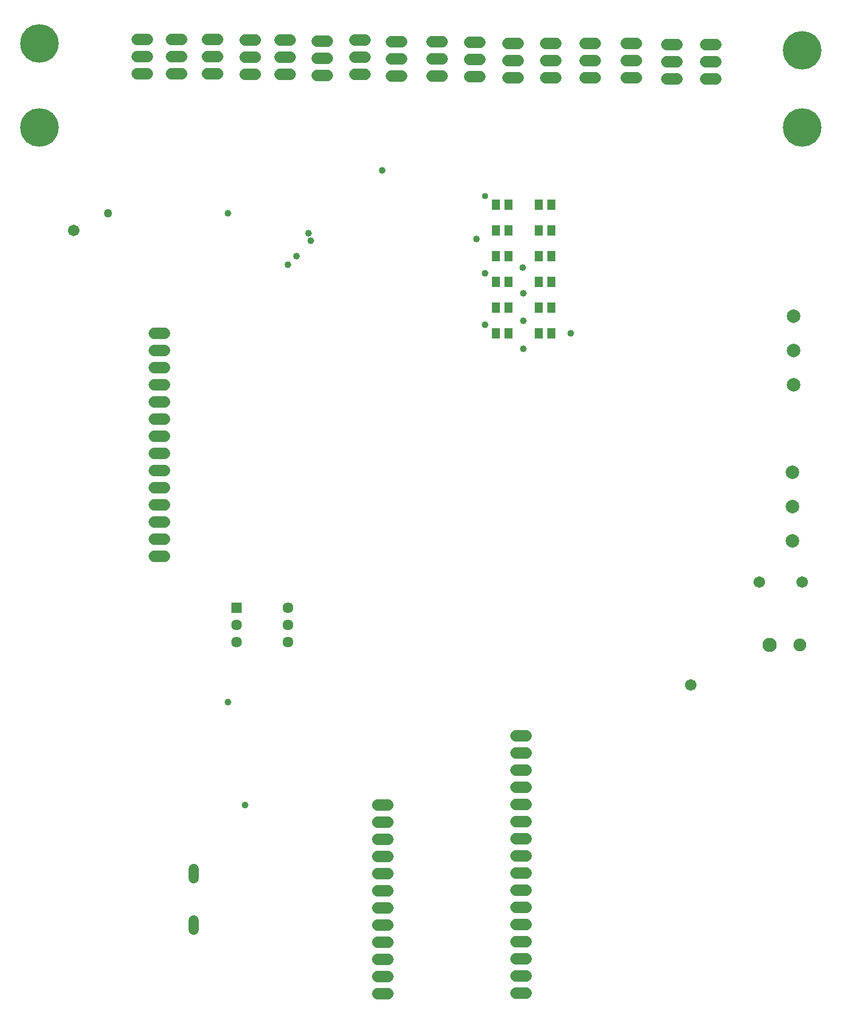
<source format=gbr>
G04 EAGLE Gerber RS-274X export*
G75*
%MOMM*%
%FSLAX34Y34*%
%LPD*%
%INSoldermask Bottom*%
%IPPOS*%
%AMOC8*
5,1,8,0,0,1.08239X$1,22.5*%
G01*
G04 Define Apertures*
%ADD10C,5.703200*%
%ADD11C,1.903200*%
%ADD12C,2.103200*%
%ADD13C,1.727200*%
%ADD14R,1.234400X1.623400*%
%ADD15C,1.524000*%
%ADD16C,2.003200*%
%ADD17R,1.611200X1.611200*%
%ADD18C,1.611200*%
%ADD19C,1.009600*%
%ADD20C,1.259600*%
%ADD21C,0.959600*%
%ADD22C,1.703200*%
D10*
X-76169Y962665D03*
X-76200Y838200D03*
X1054100Y952500D03*
X1054100Y838200D03*
D11*
X1051329Y71904D03*
D12*
X1006329Y71904D03*
D13*
X83820Y917945D02*
X68580Y917945D01*
X68580Y943345D02*
X83820Y943345D01*
X83820Y968745D02*
X68580Y968745D01*
X561340Y913640D02*
X576580Y913640D01*
X576580Y939040D02*
X561340Y939040D01*
X561340Y964440D02*
X576580Y964440D01*
X618490Y911860D02*
X633730Y911860D01*
X633730Y937260D02*
X618490Y937260D01*
X618490Y962660D02*
X633730Y962660D01*
X674370Y911860D02*
X689610Y911860D01*
X689610Y937260D02*
X674370Y937260D01*
X674370Y962660D02*
X689610Y962660D01*
X732790Y911860D02*
X748030Y911860D01*
X748030Y937260D02*
X732790Y937260D01*
X732790Y962660D02*
X748030Y962660D01*
X793750Y912370D02*
X808990Y912370D01*
X808990Y937770D02*
X793750Y937770D01*
X793750Y963170D02*
X808990Y963170D01*
X853440Y910590D02*
X868680Y910590D01*
X868680Y935990D02*
X853440Y935990D01*
X853440Y961390D02*
X868680Y961390D01*
X910953Y910219D02*
X926193Y910219D01*
X926193Y935619D02*
X910953Y935619D01*
X910953Y961019D02*
X926193Y961019D01*
X109220Y533400D02*
X93980Y533400D01*
X93980Y508000D02*
X109220Y508000D01*
X109220Y482600D02*
X93980Y482600D01*
X93980Y457200D02*
X109220Y457200D01*
X109220Y431800D02*
X93980Y431800D01*
X93980Y406400D02*
X109220Y406400D01*
X109220Y381000D02*
X93980Y381000D01*
X93980Y355600D02*
X109220Y355600D01*
X109220Y330200D02*
X93980Y330200D01*
X93980Y304800D02*
X109220Y304800D01*
X109220Y279400D02*
X93980Y279400D01*
X93980Y254000D02*
X109220Y254000D01*
X109220Y228600D02*
X93980Y228600D01*
X93980Y203200D02*
X109220Y203200D01*
X425450Y-165100D02*
X440690Y-165100D01*
X440690Y-190500D02*
X425450Y-190500D01*
X425450Y-215900D02*
X440690Y-215900D01*
X440690Y-241300D02*
X425450Y-241300D01*
X425450Y-266700D02*
X440690Y-266700D01*
X440690Y-292100D02*
X425450Y-292100D01*
X425450Y-317500D02*
X440690Y-317500D01*
X440690Y-342900D02*
X425450Y-342900D01*
X425450Y-368300D02*
X440690Y-368300D01*
X440690Y-393700D02*
X425450Y-393700D01*
X425450Y-419100D02*
X440690Y-419100D01*
X440690Y-444500D02*
X425450Y-444500D01*
X629920Y-62230D02*
X645160Y-62230D01*
X645160Y-87630D02*
X629920Y-87630D01*
X629920Y-113030D02*
X645160Y-113030D01*
X645160Y-138430D02*
X629920Y-138430D01*
X629920Y-163830D02*
X645160Y-163830D01*
X645160Y-189230D02*
X629920Y-189230D01*
X629920Y-214630D02*
X645160Y-214630D01*
X645160Y-240030D02*
X629920Y-240030D01*
X629920Y-265430D02*
X645160Y-265430D01*
X645160Y-290830D02*
X629920Y-290830D01*
X629920Y-316230D02*
X645160Y-316230D01*
X645160Y-341630D02*
X629920Y-341630D01*
X629920Y-367030D02*
X645160Y-367030D01*
X645160Y-392430D02*
X629920Y-392430D01*
X629920Y-417830D02*
X645160Y-417830D01*
X645160Y-443230D02*
X629920Y-443230D01*
X134620Y918210D02*
X119380Y918210D01*
X119380Y943610D02*
X134620Y943610D01*
X134620Y969010D02*
X119380Y969010D01*
X172720Y918210D02*
X187960Y918210D01*
X187960Y943610D02*
X172720Y943610D01*
X172720Y969010D02*
X187960Y969010D01*
X228600Y916940D02*
X243840Y916940D01*
X243840Y942340D02*
X228600Y942340D01*
X228600Y967740D02*
X243840Y967740D01*
X280670Y916940D02*
X295910Y916940D01*
X295910Y942340D02*
X280670Y942340D01*
X280670Y967740D02*
X295910Y967740D01*
X335280Y915670D02*
X350520Y915670D01*
X350520Y941070D02*
X335280Y941070D01*
X335280Y966470D02*
X350520Y966470D01*
X391414Y916940D02*
X406654Y916940D01*
X406654Y942340D02*
X391414Y942340D01*
X391414Y967740D02*
X406654Y967740D01*
X445770Y914400D02*
X461010Y914400D01*
X461010Y939800D02*
X445770Y939800D01*
X445770Y965200D02*
X461010Y965200D01*
X505460Y914400D02*
X520700Y914400D01*
X520700Y939800D02*
X505460Y939800D01*
X505460Y965200D02*
X520700Y965200D01*
D14*
X600405Y533400D03*
X618795Y533400D03*
X600405Y571500D03*
X618795Y571500D03*
X600405Y609600D03*
X618795Y609600D03*
X600405Y647700D03*
X618795Y647700D03*
X600405Y685800D03*
X618795Y685800D03*
X600405Y723900D03*
X618795Y723900D03*
X663905Y533400D03*
X682295Y533400D03*
X663905Y571500D03*
X682295Y571500D03*
X663905Y609600D03*
X682295Y609600D03*
X663905Y647700D03*
X682295Y647700D03*
X663905Y685800D03*
X682295Y685800D03*
X663905Y723900D03*
X682295Y723900D03*
D15*
X152400Y-260096D02*
X152400Y-273304D01*
X152400Y-336296D02*
X152400Y-349504D01*
D16*
X1041400Y558800D03*
X1041400Y508000D03*
X1041400Y457200D03*
X1040130Y327660D03*
X1040130Y276860D03*
X1040130Y226060D03*
D17*
X215900Y127000D03*
D18*
X215900Y101600D03*
X215900Y76200D03*
X292100Y76200D03*
X292100Y101600D03*
X292100Y127000D03*
D19*
X203200Y711200D03*
X322580Y681990D03*
X584200Y546100D03*
X584200Y622300D03*
X228600Y-165100D03*
X431800Y774700D03*
D20*
X25400Y711200D03*
D21*
X584200Y736600D03*
D22*
X1054100Y165100D03*
X990600Y165100D03*
D19*
X711200Y533400D03*
X203200Y-12700D03*
X326390Y670560D03*
X304800Y647700D03*
X641350Y511080D03*
X641350Y552450D03*
X641350Y593090D03*
X640080Y631190D03*
X571500Y673100D03*
X292100Y635000D03*
D22*
X-25400Y685800D03*
X889000Y12700D03*
M02*

</source>
